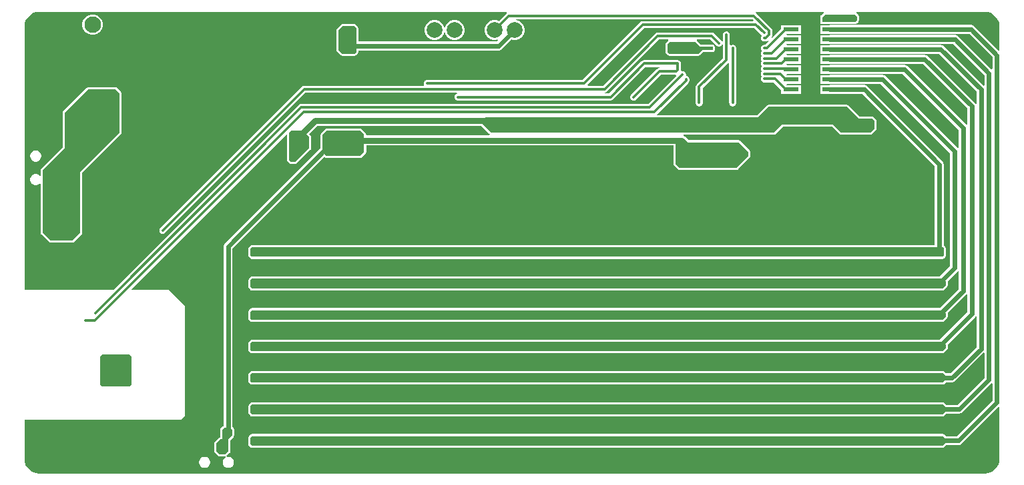
<source format=gbl>
G04*
G04 #@! TF.GenerationSoftware,Altium Limited,Altium Designer,22.7.1 (60)*
G04*
G04 Layer_Physical_Order=2*
G04 Layer_Color=16711680*
%FSLAX25Y25*%
%MOIN*%
G70*
G04*
G04 #@! TF.SameCoordinates,EB09720E-E5E6-4C8F-983A-54733B733D7F*
G04*
G04*
G04 #@! TF.FilePolarity,Positive*
G04*
G01*
G75*
%ADD68C,0.08268*%
%ADD74C,0.01378*%
%ADD76C,0.02362*%
%ADD77C,0.03150*%
%ADD79C,0.01181*%
%ADD80C,0.07874*%
%ADD81O,0.15748X0.07874*%
%ADD82O,0.07874X0.15748*%
%ADD83O,0.14173X0.07087*%
%ADD84C,0.01378*%
%ADD85R,0.07756X0.02362*%
G36*
X418307Y231299D02*
Y229331D01*
X417598Y228622D01*
X401043D01*
Y230984D01*
X402343Y232283D01*
X417323D01*
X418307Y231299D01*
D02*
G37*
G36*
X483698Y233491D02*
X485059Y233078D01*
X485847Y232658D01*
X488563Y229941D01*
X488984Y229153D01*
X489397Y227793D01*
X489529Y226445D01*
X489516Y226378D01*
Y214381D01*
X489054Y214189D01*
X476868Y226376D01*
X476146Y226858D01*
X475295Y227027D01*
X475295Y227027D01*
X404921D01*
X404706Y226984D01*
X400043D01*
Y222622D01*
X404706D01*
X404921Y222579D01*
X474374D01*
X485965Y210988D01*
Y204993D01*
X485465Y204786D01*
X468876Y221376D01*
X468154Y221858D01*
X467303Y222027D01*
X467303Y222027D01*
X404921D01*
X404706Y221984D01*
X400043D01*
Y217622D01*
X404706D01*
X404921Y217579D01*
X466382D01*
X482028Y201933D01*
Y196824D01*
X481528Y196617D01*
X461769Y216376D01*
X461048Y216858D01*
X460197Y217027D01*
X460197Y217027D01*
X404921D01*
X404706Y216984D01*
X400043D01*
Y212622D01*
X404706D01*
X404921Y212579D01*
X459276D01*
X478091Y193764D01*
Y187550D01*
X477591Y187398D01*
X477261Y187891D01*
X477261Y187891D01*
X453777Y211376D01*
X453056Y211858D01*
X452205Y212027D01*
X452205Y212027D01*
X404921D01*
X404706Y211984D01*
X400043D01*
Y207622D01*
X404706D01*
X404921Y207579D01*
X451284D01*
X473465Y185398D01*
Y177165D01*
X472965Y177013D01*
X472931Y177065D01*
X472931Y177065D01*
X443620Y206376D01*
X442898Y206858D01*
X442047Y207027D01*
X442047Y207027D01*
X404921D01*
X404706Y206984D01*
X400043D01*
Y202622D01*
X404706D01*
X404921Y202579D01*
X441126D01*
X469134Y174571D01*
Y165600D01*
X468894Y165463D01*
X468634Y165416D01*
X432675Y201376D01*
X431953Y201858D01*
X431102Y202027D01*
X431102Y202027D01*
X404921D01*
X404706Y201984D01*
X400043D01*
Y197622D01*
X404706D01*
X404921Y197579D01*
X430181D01*
X464902Y162858D01*
Y106335D01*
X459634Y101067D01*
X116189D01*
X115799Y100989D01*
X115468Y100768D01*
X114633Y99934D01*
X114633Y99934D01*
X114412Y99603D01*
X114335Y99213D01*
Y96063D01*
X114412Y95673D01*
X114633Y95342D01*
X115446Y94529D01*
X115777Y94308D01*
X116167Y94231D01*
X461096D01*
X461486Y94308D01*
X461817Y94529D01*
X463319Y96032D01*
X463540Y96363D01*
X463618Y96753D01*
Y98720D01*
X463611Y98754D01*
X468634Y103778D01*
X469134Y103687D01*
Y94819D01*
X459634Y85319D01*
X116189D01*
X115799Y85241D01*
X115468Y85020D01*
X114633Y84185D01*
X114633Y84185D01*
X114412Y83855D01*
X114335Y83465D01*
Y80315D01*
X114412Y79925D01*
X114633Y79594D01*
X115446Y78781D01*
X115777Y78560D01*
X116167Y78483D01*
X461096D01*
X461486Y78560D01*
X461817Y78781D01*
X463319Y80284D01*
X463540Y80615D01*
X463618Y81005D01*
Y82972D01*
X463611Y83006D01*
X472931Y92326D01*
X472931Y92326D01*
X472965Y92377D01*
X473465Y92226D01*
Y83402D01*
X459634Y69571D01*
X116189D01*
X115799Y69493D01*
X115468Y69272D01*
X114633Y68437D01*
X114633Y68437D01*
X114412Y68107D01*
X114335Y67716D01*
Y64567D01*
X114412Y64177D01*
X114633Y63846D01*
X115446Y63033D01*
X115777Y62812D01*
X116167Y62735D01*
X461096D01*
X461486Y62812D01*
X461817Y63033D01*
X463319Y64536D01*
X463540Y64866D01*
X463618Y65257D01*
Y67224D01*
X463611Y67258D01*
X477261Y80909D01*
X477261Y80909D01*
X477591Y81402D01*
X478091Y81250D01*
Y65882D01*
X464925Y52716D01*
X462800D01*
X461992Y53524D01*
X461992Y53524D01*
X461661Y53745D01*
X461271Y53823D01*
X116189D01*
X115799Y53745D01*
X115468Y53524D01*
X114633Y52689D01*
X114633Y52689D01*
X114412Y52359D01*
X114335Y51968D01*
Y48819D01*
X114412Y48429D01*
X114633Y48098D01*
X115446Y47285D01*
X115777Y47064D01*
X116167Y46986D01*
X461096D01*
X461486Y47064D01*
X461817Y47285D01*
X462800Y48268D01*
X465846D01*
X465846Y48268D01*
X466698Y48438D01*
X467419Y48920D01*
X481528Y63029D01*
X482028Y62822D01*
Y50527D01*
X468469Y36968D01*
X462800D01*
X461992Y37776D01*
X461992Y37776D01*
X461661Y37997D01*
X461271Y38075D01*
X116189D01*
X115799Y37997D01*
X115468Y37776D01*
X114633Y36941D01*
X114633Y36941D01*
X114412Y36611D01*
X114335Y36220D01*
Y33071D01*
X114412Y32681D01*
X114633Y32350D01*
X115446Y31537D01*
X115777Y31316D01*
X116167Y31238D01*
X461096D01*
X461486Y31316D01*
X461817Y31537D01*
X462800Y32520D01*
X469390D01*
X469390Y32520D01*
X470241Y32690D01*
X470962Y33172D01*
X485465Y47675D01*
X485965Y47467D01*
Y39110D01*
X468075Y21220D01*
X462800D01*
X461992Y22028D01*
X461992Y22028D01*
X461661Y22249D01*
X461271Y22327D01*
X116189D01*
X115799Y22249D01*
X115468Y22028D01*
X114633Y21193D01*
X114633Y21193D01*
X114412Y20863D01*
X114335Y20472D01*
Y17323D01*
X114412Y16933D01*
X114633Y16602D01*
X115446Y15789D01*
X115777Y15568D01*
X116167Y15491D01*
X461096D01*
X461486Y15568D01*
X461817Y15789D01*
X462800Y16772D01*
X468996D01*
X468996Y16772D01*
X469847Y16941D01*
X470569Y17424D01*
X489054Y35909D01*
X489516Y35718D01*
Y9843D01*
X489529Y9775D01*
X489397Y8428D01*
X488984Y7067D01*
X488563Y6279D01*
X485847Y3563D01*
X485059Y3142D01*
X483698Y2729D01*
X482350Y2597D01*
X482283Y2610D01*
X9843D01*
X9775Y2597D01*
X8428Y2729D01*
X7067Y3142D01*
X6279Y3563D01*
X3563Y6279D01*
X3142Y7067D01*
X2729Y8428D01*
X2597Y9775D01*
X2610Y9843D01*
Y29528D01*
X80709D01*
X82677Y31496D01*
Y62008D01*
Y86614D01*
X74803Y94488D01*
X56238D01*
X56047Y94950D01*
X133361Y172264D01*
X133823Y172073D01*
Y159449D01*
X133900Y159059D01*
X134122Y158728D01*
X135106Y157744D01*
X135437Y157523D01*
X135827Y157445D01*
X137795D01*
X138186Y157523D01*
X138516Y157744D01*
X145406Y164633D01*
X145627Y164964D01*
X145705Y165354D01*
Y171260D01*
X145627Y171650D01*
X145406Y171981D01*
X144782Y172605D01*
X148714Y176537D01*
X230817D01*
X234847Y172507D01*
X235025Y172388D01*
X234873Y171888D01*
X173264D01*
Y172244D01*
X173186Y172634D01*
X172965Y172965D01*
X170997Y174934D01*
X170666Y175155D01*
X170276Y175232D01*
X153543D01*
X153153Y175155D01*
X152822Y174934D01*
X150854Y172965D01*
X150633Y172634D01*
X150555Y172244D01*
Y165511D01*
X102758Y117714D01*
X102276Y116993D01*
X102107Y116142D01*
X102107Y116142D01*
Y26559D01*
X101972Y26533D01*
X101641Y26311D01*
X100657Y25327D01*
X100436Y24996D01*
X100358Y24606D01*
Y20698D01*
X100004Y20627D01*
X99673Y20406D01*
X97704Y18438D01*
X97483Y18107D01*
X97406Y17717D01*
Y13780D01*
X97483Y13389D01*
X97704Y13058D01*
X99377Y11385D01*
X99708Y11164D01*
X100098Y11087D01*
X102854D01*
X102975Y11111D01*
X102983Y11112D01*
X103088Y10835D01*
X103088D01*
X103088Y10834D01*
X102825Y10444D01*
X102727Y10387D01*
X102211Y9871D01*
X101846Y9239D01*
X101657Y8534D01*
Y7804D01*
X101846Y7100D01*
X102211Y6467D01*
X102727Y5951D01*
X103359Y5587D01*
X104064Y5398D01*
X104794D01*
X105499Y5587D01*
X106131Y5951D01*
X106647Y6467D01*
X107012Y7100D01*
X107201Y7804D01*
Y8534D01*
X107012Y9239D01*
X106647Y9871D01*
X106131Y10387D01*
X105499Y10752D01*
X104794Y10941D01*
X104064D01*
X104012Y10927D01*
X103550Y11026D01*
X103431Y11289D01*
X103443Y11297D01*
X103575Y11385D01*
X105052Y12862D01*
X105273Y13193D01*
X105350Y13583D01*
Y19263D01*
X107020Y20933D01*
X107241Y21263D01*
X107319Y21654D01*
Y24606D01*
X107241Y24996D01*
X107020Y25327D01*
X106554Y25793D01*
Y115221D01*
X152426Y161092D01*
X152822Y160696D01*
X153153Y160475D01*
X153543Y160398D01*
X170276D01*
X170666Y160475D01*
X170996Y160696D01*
X172965Y162665D01*
X173186Y162996D01*
X173264Y163386D01*
Y166694D01*
X326736D01*
X326736Y157480D01*
X326814Y157090D01*
X327035Y156759D01*
X329004Y154791D01*
X329334Y154570D01*
X329724Y154492D01*
X358268D01*
X358658Y154570D01*
X358989Y154791D01*
X364894Y160696D01*
X365115Y161027D01*
X365193Y161417D01*
Y163386D01*
X365115Y163776D01*
X364894Y164107D01*
X359973Y169028D01*
X359642Y169249D01*
X359252Y169327D01*
X334346D01*
X332545Y171128D01*
X332007Y171540D01*
X331601Y171709D01*
X331700Y172209D01*
X376969D01*
X377359Y172286D01*
X377690Y172507D01*
X381328Y176146D01*
X406074Y176146D01*
X409712Y172507D01*
X410043Y172286D01*
X410433Y172209D01*
X425197D01*
X425587Y172286D01*
X425918Y172507D01*
X427886Y174476D01*
X428107Y174807D01*
X428185Y175197D01*
Y179134D01*
X428107Y179524D01*
X427886Y179855D01*
X426902Y180839D01*
X426571Y181060D01*
X426181Y181138D01*
X419714D01*
X414107Y186745D01*
X413776Y186966D01*
X413386Y187043D01*
X374016D01*
X373626Y186966D01*
X373295Y186745D01*
X368373Y181823D01*
X368318Y181740D01*
X318723Y181740D01*
X318598Y181940D01*
X318534Y182240D01*
X334183Y197889D01*
X334556Y198448D01*
X334687Y199107D01*
Y199803D01*
X334654Y199969D01*
Y200139D01*
X334590Y200296D01*
X334556Y200462D01*
X334462Y200603D01*
X334397Y200760D01*
X334277Y200880D01*
X334183Y201021D01*
X334042Y201115D01*
X333922Y201235D01*
X333766Y201300D01*
X333624Y201394D01*
X333458Y201427D01*
X333301Y201492D01*
X333295D01*
X333124Y201612D01*
X333014Y201757D01*
X332933Y201940D01*
X332928Y202004D01*
Y202120D01*
X332962Y202287D01*
X332928Y202453D01*
Y202623D01*
X332864Y202779D01*
X332831Y202946D01*
X332736Y203087D01*
X332671Y203243D01*
X332551Y203363D01*
X332457Y203504D01*
X332316Y203599D01*
X332196Y203719D01*
X332040Y203783D01*
X331898Y203878D01*
X331732Y203911D01*
X331575Y203976D01*
X331406D01*
X331240Y204009D01*
X331073Y203976D01*
X330904D01*
X330854Y203955D01*
X330596Y204100D01*
X330418Y204325D01*
X330462Y204547D01*
Y207677D01*
X330429Y207843D01*
Y208013D01*
X330364Y208170D01*
X330331Y208336D01*
X330237Y208477D01*
X330172Y208634D01*
X330052Y208754D01*
X329958Y208895D01*
X329817Y208989D01*
X329697Y209109D01*
X329540Y209174D01*
X329399Y209268D01*
X329233Y209301D01*
X329076Y209366D01*
X328906D01*
X328740Y209399D01*
X312008D01*
X311349Y209268D01*
X310790Y208895D01*
X294562Y192667D01*
X292340D01*
X292323Y193160D01*
X292982Y193291D01*
X293541Y193664D01*
X319611Y219735D01*
X323945D01*
X324097Y219235D01*
X324082Y219225D01*
X323098Y218241D01*
X322877Y217910D01*
X322799Y217520D01*
Y213583D01*
X322877Y213193D01*
X323098Y212862D01*
X324082Y211877D01*
X324413Y211656D01*
X324803Y211579D01*
X338976D01*
X339367Y211656D01*
X339697Y211877D01*
X341367Y213547D01*
X346260D01*
X346650Y213625D01*
X346981Y213846D01*
X347202Y214177D01*
X347279Y214567D01*
Y216142D01*
X347202Y216532D01*
X346981Y216863D01*
X346650Y217084D01*
X346260Y217161D01*
X340383D01*
X338319Y219225D01*
X338305Y219235D01*
X338457Y219735D01*
X345153D01*
X348192Y216696D01*
X348333Y216601D01*
X348453Y216482D01*
X348609Y216417D01*
X348750Y216322D01*
X348917Y216289D01*
X349074Y216224D01*
X349243D01*
X349409Y216191D01*
X349576Y216224D01*
X349745D01*
X349902Y216289D01*
X350068Y216322D01*
X350209Y216417D01*
X350366Y216482D01*
X350486Y216601D01*
X350627Y216696D01*
X350721Y216837D01*
X350841Y216957D01*
X350906Y217113D01*
X350928Y217145D01*
X351428Y217034D01*
Y210331D01*
X338349Y197252D01*
X337976Y196694D01*
X337845Y196035D01*
Y187992D01*
X337878Y187826D01*
Y187656D01*
X337943Y187499D01*
X337976Y187333D01*
X338070Y187192D01*
X338135Y187035D01*
X338255Y186916D01*
X338349Y186775D01*
X338490Y186680D01*
X338610Y186560D01*
X338767Y186495D01*
X338908Y186401D01*
X339074Y186368D01*
X339231Y186303D01*
X339401D01*
X339567Y186270D01*
X339733Y186303D01*
X339903D01*
X340060Y186368D01*
X340226Y186401D01*
X340367Y186495D01*
X340524Y186560D01*
X340644Y186680D01*
X340785Y186775D01*
X340879Y186916D01*
X340999Y187035D01*
X341064Y187192D01*
X341158Y187333D01*
X341191Y187499D01*
X341256Y187656D01*
Y187826D01*
X341289Y187992D01*
Y195321D01*
X354077Y208109D01*
X354577Y207902D01*
Y187992D01*
X354610Y187826D01*
Y187656D01*
X354675Y187499D01*
X354708Y187333D01*
X354802Y187192D01*
X354867Y187035D01*
X354987Y186916D01*
X355082Y186775D01*
X355223Y186680D01*
X355343Y186560D01*
X355499Y186495D01*
X355640Y186401D01*
X355807Y186368D01*
X355963Y186303D01*
X356133D01*
X356299Y186270D01*
X356466Y186303D01*
X356635D01*
X356792Y186368D01*
X356958Y186401D01*
X357099Y186495D01*
X357256Y186560D01*
X357376Y186680D01*
X357517Y186775D01*
X357611Y186916D01*
X357731Y187035D01*
X357796Y187192D01*
X357890Y187333D01*
X357923Y187499D01*
X357988Y187656D01*
Y187826D01*
X358021Y187992D01*
Y215354D01*
X357988Y215521D01*
Y215690D01*
X357923Y215847D01*
X357890Y216013D01*
X357796Y216154D01*
X357731Y216311D01*
X357611Y216431D01*
X357517Y216572D01*
X357376Y216666D01*
X357256Y216786D01*
X357099Y216851D01*
X356958Y216945D01*
X356792Y216978D01*
X356635Y217043D01*
X356466D01*
X356299Y217076D01*
X356133Y217043D01*
X355963D01*
X355807Y216978D01*
X355640Y216945D01*
X355499Y216851D01*
X355343Y216786D01*
X354891Y217013D01*
X354872Y217033D01*
Y222047D01*
X354839Y222214D01*
Y222383D01*
X354774Y222540D01*
X354741Y222706D01*
X354646Y222847D01*
X354581Y223004D01*
X354462Y223124D01*
X354367Y223265D01*
X354226Y223359D01*
X354106Y223479D01*
X353950Y223544D01*
X353809Y223638D01*
X353642Y223671D01*
X353486Y223736D01*
X353316D01*
X353150Y223769D01*
X352983Y223736D01*
X352814D01*
X352657Y223671D01*
X352491Y223638D01*
X352350Y223544D01*
X352193Y223479D01*
X352073Y223359D01*
X351932Y223265D01*
X351838Y223124D01*
X351718Y223004D01*
X351653Y222847D01*
X351559Y222706D01*
X351525Y222540D01*
X351461Y222383D01*
Y222214D01*
X351428Y222047D01*
Y218793D01*
X350928Y218681D01*
X350906Y218713D01*
X350841Y218870D01*
X350721Y218990D01*
X350627Y219131D01*
X347084Y222674D01*
X346525Y223048D01*
X345866Y223179D01*
X318898D01*
X318239Y223048D01*
X317680Y222674D01*
X291610Y196604D01*
X283998D01*
X283791Y197104D01*
X312131Y225443D01*
X367200D01*
X370546Y222097D01*
X370791Y221745D01*
X370615Y221429D01*
X370550Y221272D01*
X370456Y221131D01*
X370423Y220965D01*
X370358Y220808D01*
Y220639D01*
X370325Y220472D01*
X370358Y220306D01*
Y220136D01*
X370423Y219980D01*
X370456Y219813D01*
X370550Y219672D01*
X370615Y219516D01*
X370735Y219396D01*
X370830Y219255D01*
X370971Y219161D01*
X371091Y219041D01*
X371247Y218976D01*
X371388Y218882D01*
X371555Y218848D01*
X371711Y218783D01*
X371881D01*
X372047Y218750D01*
X372851D01*
X373510Y218882D01*
X373998Y219208D01*
X374317Y218819D01*
X372574Y217076D01*
X372047D01*
X371881Y217043D01*
X371711D01*
X371555Y216978D01*
X371388Y216945D01*
X371247Y216851D01*
X371091Y216786D01*
X370971Y216666D01*
X370830Y216572D01*
X370735Y216431D01*
X370615Y216311D01*
X370550Y216154D01*
X370456Y216013D01*
X370423Y215847D01*
X370358Y215690D01*
Y215521D01*
X370325Y215354D01*
X370358Y215188D01*
Y215018D01*
X370423Y214862D01*
X370456Y214695D01*
X370550Y214554D01*
X370615Y214398D01*
X370795Y214075D01*
X370615Y213752D01*
X370550Y213595D01*
X370456Y213454D01*
X370423Y213288D01*
X370358Y213131D01*
Y212962D01*
X370325Y212795D01*
X370358Y212629D01*
Y212459D01*
X370423Y212303D01*
X370456Y212136D01*
X370550Y211995D01*
X370615Y211839D01*
X370795Y211516D01*
X370615Y211193D01*
X370550Y211036D01*
X370456Y210895D01*
X370423Y210729D01*
X370358Y210572D01*
Y210403D01*
X370325Y210236D01*
X370358Y210070D01*
Y209900D01*
X370423Y209744D01*
X370456Y209577D01*
X370550Y209436D01*
X370615Y209279D01*
X370795Y208957D01*
X370615Y208634D01*
X370550Y208477D01*
X370456Y208336D01*
X370423Y208170D01*
X370358Y208013D01*
Y207843D01*
X370325Y207677D01*
X370358Y207511D01*
Y207341D01*
X370423Y207185D01*
X370456Y207018D01*
X370550Y206877D01*
X370615Y206720D01*
X370795Y206398D01*
X370615Y206075D01*
X370550Y205918D01*
X370456Y205777D01*
X370423Y205611D01*
X370358Y205454D01*
Y205285D01*
X370325Y205118D01*
X370358Y204952D01*
Y204782D01*
X370423Y204626D01*
X370456Y204459D01*
X370550Y204318D01*
X370615Y204161D01*
X370795Y203839D01*
X370615Y203516D01*
X370550Y203359D01*
X370456Y203218D01*
X370423Y203052D01*
X370358Y202895D01*
Y202725D01*
X370325Y202559D01*
X370358Y202393D01*
Y202223D01*
X370423Y202066D01*
X370456Y201900D01*
X370550Y201759D01*
X370615Y201602D01*
X370795Y201279D01*
X370615Y200957D01*
X370550Y200800D01*
X370456Y200659D01*
X370423Y200493D01*
X370358Y200336D01*
Y200166D01*
X370325Y200000D01*
X370358Y199834D01*
Y199664D01*
X370423Y199507D01*
X370456Y199341D01*
X370550Y199200D01*
X370615Y199043D01*
X370735Y198923D01*
X370830Y198782D01*
X370971Y198688D01*
X371091Y198568D01*
X371247Y198503D01*
X371388Y198409D01*
X371555Y198376D01*
X371711Y198311D01*
X371881D01*
X372047Y198278D01*
X376826D01*
X380555Y194549D01*
Y192622D01*
X390311D01*
Y196984D01*
X383283D01*
X383184Y197122D01*
X383442Y197622D01*
X390311D01*
Y201984D01*
X383283D01*
X383184Y202122D01*
X383442Y202622D01*
X390311D01*
Y206984D01*
X383442D01*
X383184Y207484D01*
X383283Y207622D01*
X390311D01*
Y211984D01*
X383442D01*
X383184Y212484D01*
X383283Y212622D01*
X390311D01*
Y216984D01*
X383442D01*
X383184Y217484D01*
X383283Y217622D01*
X390311D01*
Y221984D01*
X383442D01*
X383184Y222484D01*
X383283Y222622D01*
X390311D01*
Y226984D01*
X380555D01*
Y225057D01*
X376078Y220581D01*
X375690Y220899D01*
X376016Y221388D01*
X376147Y222046D01*
Y224016D01*
X376016Y224675D01*
X375643Y225234D01*
X368100Y232777D01*
X368000Y232844D01*
X367900Y233512D01*
X367981Y233611D01*
X401629D01*
X401780Y233111D01*
X401621Y233004D01*
X400601Y231984D01*
X400043D01*
Y231083D01*
X400024Y230984D01*
Y228622D01*
X400043Y228523D01*
Y227622D01*
X400945D01*
X401043Y227603D01*
X417598D01*
X417989Y227680D01*
X418319Y227901D01*
X418319Y227901D01*
X419028Y228610D01*
X419028Y228610D01*
X419249Y228941D01*
X419327Y229331D01*
Y231299D01*
X419249Y231689D01*
X419028Y232020D01*
X419028Y232020D01*
X418044Y233004D01*
X417885Y233111D01*
X418037Y233611D01*
X482283D01*
X482350Y233624D01*
X483698Y233491D01*
D02*
G37*
G36*
X339961Y216142D02*
X346260D01*
Y214567D01*
X340945D01*
X338976Y212598D01*
X324803D01*
X323819Y213583D01*
Y217520D01*
X324803Y218504D01*
X337598D01*
X339961Y216142D01*
D02*
G37*
G36*
X168307Y225394D02*
Y213583D01*
X167323Y212598D01*
X161417D01*
X159449Y214567D01*
Y224410D01*
X161417Y226378D01*
X167323Y226378D01*
X168307Y225394D01*
D02*
G37*
G36*
X419291Y180118D02*
X426181D01*
X427165Y179134D01*
Y175197D01*
X425197Y173228D01*
X410433D01*
X406496Y177165D01*
X380906Y177165D01*
Y177165D01*
X376969Y173228D01*
X235568D01*
X231299Y177497D01*
X231299Y179134D01*
X232886Y180720D01*
X369477Y180720D01*
X369094Y181102D01*
X374016Y186024D01*
X413386D01*
X419291Y180118D01*
D02*
G37*
G36*
X172244Y172244D02*
Y163386D01*
X170276Y161417D01*
X153543D01*
X151575Y163386D01*
Y172244D01*
X153543Y174213D01*
X170276D01*
X172244Y172244D01*
D02*
G37*
G36*
X144685Y171260D02*
Y165354D01*
X137795Y158465D01*
X135827D01*
X134843Y159449D01*
Y173228D01*
X135827Y174213D01*
X141732D01*
X144685Y171260D01*
D02*
G37*
G36*
X364173Y163386D02*
Y161417D01*
X358268Y155512D01*
X329724D01*
X327756Y157480D01*
X327756Y168307D01*
X359252D01*
X364173Y163386D01*
D02*
G37*
G36*
X462598Y98720D02*
Y96753D01*
X461096Y95250D01*
X116167D01*
X115354Y96063D01*
Y99213D01*
X116189Y100047D01*
X461271D01*
X462598Y98720D01*
D02*
G37*
G36*
X9843Y233611D02*
X243413D01*
X243494Y233512D01*
X243395Y232844D01*
X243294Y232777D01*
X239432Y228915D01*
X239268Y229010D01*
X238012Y229346D01*
X237233D01*
X237067Y229380D01*
X236901Y229346D01*
X236712D01*
X235457Y229010D01*
X234331Y228360D01*
X233412Y227441D01*
X232762Y226315D01*
X232425Y225059D01*
Y223760D01*
X232762Y222504D01*
X233412Y221378D01*
X234331Y220459D01*
X235457Y219809D01*
X236712Y219472D01*
X238012D01*
X238778Y219678D01*
X239037Y219230D01*
X238567Y218759D01*
X169327D01*
Y225394D01*
X169249Y225784D01*
X169028Y226115D01*
X168044Y227099D01*
X167713Y227320D01*
X167323Y227397D01*
X161417Y227397D01*
X161027Y227320D01*
X160696Y227099D01*
X158728Y225130D01*
X158507Y224800D01*
X158429Y224410D01*
Y214567D01*
X158507Y214177D01*
X158728Y213846D01*
X158728Y213846D01*
X160696Y211877D01*
X161027Y211656D01*
X161417Y211579D01*
X167323D01*
X167713Y211656D01*
X168044Y211877D01*
X169028Y212862D01*
X169249Y213193D01*
X169327Y213583D01*
Y214312D01*
X239488D01*
X239488Y214312D01*
X240339Y214481D01*
X241061Y214963D01*
X245812Y219714D01*
X246712Y219472D01*
X248012D01*
X249268Y219809D01*
X250394Y220459D01*
X251313Y221378D01*
X251963Y222504D01*
X252299Y223760D01*
Y225059D01*
X251963Y226315D01*
X251313Y227441D01*
X250394Y228360D01*
X249268Y229010D01*
X248012Y229346D01*
X248035Y229837D01*
X366169D01*
X366657Y229349D01*
X366466Y228887D01*
X311417D01*
X310758Y228756D01*
X310200Y228383D01*
X281373Y199557D01*
X203740D01*
X203574Y199524D01*
X203404D01*
X203247Y199459D01*
X203081Y199426D01*
X202940Y199331D01*
X202783Y199267D01*
X202663Y199147D01*
X202522Y199052D01*
X202428Y198911D01*
X202308Y198791D01*
X202243Y198635D01*
X202149Y198494D01*
X202116Y198327D01*
X202051Y198171D01*
Y198001D01*
X202018Y197835D01*
X202051Y197668D01*
Y197499D01*
X202116Y197342D01*
X202149Y197176D01*
X202197Y197104D01*
X202136Y196888D01*
X201937Y196615D01*
X201922Y196604D01*
X142306D01*
X141647Y196473D01*
X141089Y196100D01*
X70428Y125438D01*
X70333Y125297D01*
X70214Y125178D01*
X70149Y125021D01*
X70054Y124880D01*
X70021Y124714D01*
X69956Y124557D01*
Y124387D01*
X69923Y124221D01*
X69956Y124055D01*
Y123885D01*
X70021Y123728D01*
X70054Y123562D01*
X70149Y123421D01*
X70214Y123264D01*
X70333Y123144D01*
X70428Y123003D01*
X70569Y122909D01*
X70689Y122789D01*
X70845Y122724D01*
X70986Y122630D01*
X71153Y122597D01*
X71309Y122532D01*
X71479D01*
X71645Y122499D01*
X71812Y122532D01*
X71981D01*
X72138Y122597D01*
X72304Y122630D01*
X72445Y122724D01*
X72602Y122789D01*
X72722Y122909D01*
X72863Y123003D01*
X143020Y193160D01*
X218486D01*
X218738Y192660D01*
X218719Y192634D01*
X218563Y192569D01*
X218396Y192536D01*
X218255Y192442D01*
X218098Y192377D01*
X217979Y192257D01*
X217837Y192163D01*
X217743Y192022D01*
X217623Y191902D01*
X217558Y191745D01*
X217464Y191604D01*
X217431Y191437D01*
X217366Y191281D01*
Y191111D01*
X217333Y190945D01*
X217366Y190779D01*
Y190609D01*
X217431Y190452D01*
X217464Y190286D01*
X217558Y190145D01*
X217623Y189988D01*
X217743Y189868D01*
X217837Y189727D01*
X217979Y189633D01*
X218098Y189513D01*
X218255Y189448D01*
X218396Y189354D01*
X218563Y189321D01*
X218719Y189256D01*
X218889D01*
X219055Y189223D01*
X295276D01*
X295935Y189354D01*
X296493Y189727D01*
X312721Y205955D01*
X319684D01*
X319702Y205462D01*
X319042Y205331D01*
X318484Y204958D01*
X305582Y192056D01*
X305488Y191915D01*
X305368Y191795D01*
X305303Y191638D01*
X305209Y191497D01*
X305175Y191331D01*
X305111Y191174D01*
Y191005D01*
X305078Y190838D01*
X305111Y190672D01*
Y190502D01*
X305175Y190346D01*
X305209Y190179D01*
X305303Y190038D01*
X305368Y189882D01*
X305488Y189762D01*
X305582Y189620D01*
X305723Y189526D01*
X305843Y189406D01*
X305999Y189341D01*
X306141Y189247D01*
X306307Y189214D01*
X306464Y189149D01*
X306633D01*
X306800Y189116D01*
X306966Y189149D01*
X307136D01*
X307292Y189214D01*
X307459Y189247D01*
X307600Y189341D01*
X307756Y189406D01*
X307876Y189526D01*
X308017Y189620D01*
X320415Y202018D01*
X327828D01*
X327993Y201767D01*
X328049Y201531D01*
X314066Y187549D01*
X140894D01*
X140235Y187418D01*
X139676Y187045D01*
X47120Y94488D01*
X2610D01*
Y226378D01*
X2597Y226445D01*
X2729Y227793D01*
X3142Y229153D01*
X3563Y229941D01*
X6279Y232658D01*
X7067Y233078D01*
X8428Y233491D01*
X9775Y233624D01*
X9843Y233611D01*
D02*
G37*
G36*
X462598Y82972D02*
Y81005D01*
X461096Y79502D01*
X116167D01*
X115354Y80315D01*
Y83465D01*
X116189Y84299D01*
X461271D01*
X462598Y82972D01*
D02*
G37*
G36*
Y67224D02*
Y65257D01*
X461096Y63754D01*
X116167D01*
X115354Y64567D01*
Y67716D01*
X116189Y68551D01*
X461271D01*
X462598Y67224D01*
D02*
G37*
G36*
Y51476D02*
Y49509D01*
X461096Y48006D01*
X116167D01*
X115354Y48819D01*
Y51968D01*
X116189Y52803D01*
X461271D01*
X462598Y51476D01*
D02*
G37*
G36*
X56102Y61024D02*
Y47244D01*
X55118Y46260D01*
X41339D01*
X40354Y47244D01*
Y47244D01*
Y61024D01*
X41339Y62008D01*
X55118D01*
X56102Y61024D01*
D02*
G37*
G36*
X462598Y35728D02*
Y33761D01*
X461096Y32258D01*
X116167D01*
X115354Y33071D01*
Y36220D01*
X116189Y37055D01*
X461271D01*
X462598Y35728D01*
D02*
G37*
G36*
Y19980D02*
Y18012D01*
X461096Y16510D01*
X116167D01*
X115354Y17323D01*
Y20472D01*
X116189Y21307D01*
X461271D01*
X462598Y19980D01*
D02*
G37*
G36*
X106299Y24606D02*
Y21654D01*
X104331Y19685D01*
Y13583D01*
X102854Y12106D01*
X100098D01*
X98425Y13780D01*
Y17717D01*
X100394Y19685D01*
X101378D01*
Y24606D01*
X102362Y25591D01*
X105315D01*
X106299Y24606D01*
D02*
G37*
%LPC*%
G36*
X421929Y197027D02*
X421929Y197027D01*
X404921D01*
X404706Y196984D01*
X400043D01*
Y192622D01*
X404706D01*
X404921Y192579D01*
X421008D01*
X457224Y156363D01*
Y116815D01*
X116189D01*
X115799Y116737D01*
X115468Y116516D01*
X114633Y115682D01*
X114633Y115682D01*
X114412Y115351D01*
X114335Y114961D01*
Y111811D01*
X114412Y111421D01*
X114633Y111090D01*
X115446Y110277D01*
X115777Y110056D01*
X116167Y109979D01*
X461096D01*
X461486Y110056D01*
X461817Y110277D01*
X462335Y110795D01*
X462556Y111126D01*
X462634Y111516D01*
Y115452D01*
X462556Y115842D01*
X462335Y116173D01*
X461992Y116516D01*
X461672Y116730D01*
Y157284D01*
X461672Y157284D01*
X461503Y158135D01*
X461021Y158857D01*
X461021Y158857D01*
X423502Y196376D01*
X422780Y196858D01*
X421929Y197027D01*
D02*
G37*
G36*
X92983Y10941D02*
X92253D01*
X91548Y10752D01*
X90916Y10387D01*
X90400Y9871D01*
X90035Y9239D01*
X89846Y8534D01*
Y7804D01*
X90035Y7100D01*
X90400Y6467D01*
X90916Y5951D01*
X91548Y5587D01*
X92253Y5398D01*
X92983D01*
X93688Y5587D01*
X94320Y5951D01*
X94836Y6467D01*
X95201Y7100D01*
X95390Y7804D01*
Y8534D01*
X95201Y9239D01*
X94836Y9871D01*
X94320Y10387D01*
X93688Y10752D01*
X92983Y10941D01*
D02*
G37*
%LPD*%
G36*
X461614Y115452D02*
Y111516D01*
X461096Y110998D01*
X116167D01*
X115354Y111811D01*
Y114961D01*
X116189Y115795D01*
X461271D01*
X461614Y115452D01*
D02*
G37*
%LPC*%
G36*
X218012Y229346D02*
X216712D01*
X215457Y229010D01*
X214331Y228360D01*
X213412Y227441D01*
X212762Y226315D01*
X212621Y225790D01*
X212103D01*
X211963Y226315D01*
X211313Y227441D01*
X210394Y228360D01*
X209268Y229010D01*
X208012Y229346D01*
X206712D01*
X205457Y229010D01*
X204331Y228360D01*
X203412Y227441D01*
X202762Y226315D01*
X202425Y225059D01*
Y223760D01*
X202762Y222504D01*
X203412Y221378D01*
X204331Y220459D01*
X205457Y219809D01*
X206712Y219472D01*
X208012D01*
X209268Y219809D01*
X210394Y220459D01*
X211313Y221378D01*
X211963Y222504D01*
X212103Y223029D01*
X212621D01*
X212762Y222504D01*
X213412Y221378D01*
X214331Y220459D01*
X215457Y219809D01*
X216712Y219472D01*
X218012D01*
X219268Y219809D01*
X220394Y220459D01*
X221313Y221378D01*
X221963Y222504D01*
X222299Y223760D01*
Y225059D01*
X221963Y226315D01*
X221313Y227441D01*
X220394Y228360D01*
X219268Y229010D01*
X218012Y229346D01*
D02*
G37*
G36*
X37290Y232299D02*
X35938D01*
X34633Y231949D01*
X33462Y231274D01*
X32506Y230318D01*
X31830Y229147D01*
X31480Y227841D01*
Y226489D01*
X31830Y225184D01*
X32506Y224013D01*
X33462Y223057D01*
X34633Y222381D01*
X35938Y222031D01*
X37290D01*
X38596Y222381D01*
X39766Y223057D01*
X40722Y224013D01*
X41398Y225184D01*
X41748Y226489D01*
Y227841D01*
X41398Y229147D01*
X40722Y230318D01*
X39766Y231274D01*
X38596Y231949D01*
X37290Y232299D01*
D02*
G37*
G36*
X8633Y164189D02*
X7903D01*
X7198Y164000D01*
X6566Y163635D01*
X6050Y163119D01*
X5685Y162487D01*
X5496Y161782D01*
Y161052D01*
X5685Y160347D01*
X6050Y159715D01*
X6566Y159200D01*
X7198Y158835D01*
X7903Y158646D01*
X8633D01*
X9337Y158835D01*
X9970Y159200D01*
X10486Y159715D01*
X10851Y160347D01*
X11039Y161052D01*
Y161782D01*
X10851Y162487D01*
X10486Y163119D01*
X9970Y163635D01*
X9337Y164000D01*
X8633Y164189D01*
D02*
G37*
G36*
X48228Y195902D02*
X34449D01*
X34059Y195824D01*
X33728Y195603D01*
X21917Y183792D01*
X21696Y183461D01*
X21618Y183071D01*
Y165777D01*
X11090Y155248D01*
X10869Y154918D01*
X10791Y154528D01*
Y151709D01*
X10291Y151502D01*
X9970Y151824D01*
X9337Y152189D01*
X8633Y152378D01*
X7903D01*
X7198Y152189D01*
X6566Y151824D01*
X6050Y151308D01*
X5685Y150676D01*
X5496Y149971D01*
Y149241D01*
X5685Y148537D01*
X6050Y147905D01*
X6566Y147388D01*
X7198Y147023D01*
X7903Y146835D01*
X8633D01*
X9337Y147023D01*
X9970Y147388D01*
X10291Y147710D01*
X10791Y147503D01*
Y123031D01*
X10869Y122641D01*
X11090Y122310D01*
X15027Y118374D01*
X15358Y118152D01*
X15748Y118075D01*
X26575D01*
X26965Y118152D01*
X27296Y118374D01*
X31233Y122310D01*
X31454Y122641D01*
X31531Y123031D01*
Y153121D01*
X50918Y172507D01*
X51139Y172838D01*
X51216Y173228D01*
Y192913D01*
X51139Y193304D01*
X50918Y193634D01*
X48949Y195603D01*
X48619Y195824D01*
X48228Y195902D01*
D02*
G37*
%LPD*%
G36*
X50197Y192913D02*
Y173228D01*
X30512Y153543D01*
Y123031D01*
X26575Y119095D01*
X15748D01*
X11811Y123031D01*
Y154528D01*
X22638Y165354D01*
Y183071D01*
X34449Y194882D01*
X48228D01*
X50197Y192913D01*
D02*
G37*
D68*
X36614Y227165D02*
D03*
D74*
X339567Y187992D02*
Y196035D01*
X353150Y209617D01*
Y222047D01*
X356299Y187992D02*
Y215354D01*
X37795Y79134D02*
X142043Y183382D01*
X140894Y185827D02*
X314779D01*
X37992Y82925D02*
X140894Y185827D01*
X314779D02*
X331240Y202287D01*
X142043Y183382D02*
X317240D01*
X332965Y199107D01*
X33071Y79134D02*
X37795D01*
X142306Y194882D02*
X292323D01*
X71645Y124221D02*
X142306Y194882D01*
X345866Y221457D02*
X349409Y217913D01*
X332965Y199107D02*
Y199803D01*
X203740Y197835D02*
X282087D01*
X311417Y227165D01*
X237362Y224410D02*
X244512Y231559D01*
X366883D01*
X237067Y224705D02*
Y227658D01*
X328740Y204547D02*
Y207677D01*
X327933Y203740D02*
X328740Y204547D01*
X306800Y190838D02*
X319702Y203740D01*
X327933D01*
X312008Y207677D02*
X328740D01*
X292323Y194882D02*
X318898Y221457D01*
X345866D01*
X219055Y190945D02*
X295276D01*
X312008Y207677D01*
X367913Y227165D02*
X372047Y223031D01*
X311417Y227165D02*
X367913D01*
X366883Y231559D02*
X374425Y224016D01*
X372047Y220472D02*
X372851D01*
X374425Y222046D01*
Y224016D01*
X373287Y215354D02*
X382736Y224803D01*
X372047Y215354D02*
X373287D01*
X377539Y200000D02*
X382736Y194803D01*
X385433D01*
X372047Y200000D02*
X377539D01*
X379980Y202559D02*
X382736Y199803D01*
X385433D01*
X372047Y202559D02*
X379980D01*
X372047Y205118D02*
X385118D01*
X385433Y204803D01*
X380610Y207677D02*
X382736Y209803D01*
X385433D01*
X372047Y207677D02*
X380610D01*
X378169Y210236D02*
X382736Y214803D01*
X385433D01*
X372047Y210236D02*
X378169D01*
X375728Y212795D02*
X382736Y219803D01*
X385433D01*
X372047Y212795D02*
X375728D01*
X382736Y224803D02*
X385433D01*
D76*
X239488Y216535D02*
X247362Y224410D01*
X165354Y216535D02*
X239488D01*
X334646Y165354D02*
X335836Y166544D01*
X334646Y216535D02*
X335836Y215346D01*
X104331Y23622D02*
Y116142D01*
X153543Y165354D01*
X404921Y224803D02*
X475295D01*
X488189Y211910D01*
Y38189D02*
Y211910D01*
X404921Y214803D02*
X460197D01*
X480315Y64961D02*
Y194685D01*
X460197Y214803D02*
X480315Y194685D01*
X404921Y209803D02*
X452205D01*
X475689Y82481D02*
Y186319D01*
X452205Y209803D02*
X475689Y186319D01*
X404921Y204803D02*
X442047D01*
X471358Y93898D02*
Y175492D01*
X442047Y204803D02*
X471358Y175492D01*
X404921Y199803D02*
X431102D01*
X467126Y105414D02*
Y163779D01*
X431102Y199803D02*
X467126Y163779D01*
X459448Y113484D02*
Y157284D01*
X421929Y194803D02*
X459448Y157284D01*
Y97736D02*
X467126Y105414D01*
X459448Y81988D02*
X471358Y93898D01*
X459448Y66240D02*
X475689Y82481D01*
X465846Y50492D02*
X480315Y64961D01*
X484252Y49606D02*
Y202854D01*
X467303Y219803D02*
X484252Y202854D01*
X404921Y219803D02*
X467303D01*
X459448Y50492D02*
X465846D01*
X469390Y34744D02*
X484252Y49606D01*
X460464Y34744D02*
X469390D01*
X468996Y18996D02*
X488189Y38189D01*
X459448Y18996D02*
X468996D01*
X404921Y194803D02*
X421929D01*
D77*
X140748Y172244D02*
X147638Y179134D01*
X188976D02*
X192913D01*
X147638D02*
X188976D01*
X192913D02*
X233268D01*
X169291Y169291D02*
X330709D01*
X334646Y165354D01*
D79*
X51102Y59559D02*
D03*
X42835Y56804D02*
D03*
X48346Y51292D02*
D03*
X45591Y59559D02*
D03*
X51102Y48536D02*
D03*
Y54048D02*
D03*
X45591Y48536D02*
D03*
Y54048D02*
D03*
X53858Y51292D02*
D03*
Y56804D02*
D03*
X42835Y51292D02*
D03*
X48346Y56804D02*
D03*
D80*
X227362Y224410D02*
D03*
X17323Y107087D02*
D03*
Y126772D02*
D03*
X247362Y224410D02*
D03*
X237362D02*
D03*
X217362D02*
D03*
X207362D02*
D03*
D81*
X36614Y209449D02*
D03*
D82*
X17717Y196850D02*
D03*
D83*
X40945Y184646D02*
D03*
D84*
X11811Y9843D02*
D03*
X7874Y17717D02*
D03*
X104331Y212598D02*
D03*
X96457D02*
D03*
X88583D02*
D03*
X100394Y222441D02*
D03*
X92520D02*
D03*
X84646D02*
D03*
X80709Y212598D02*
D03*
X76772Y222441D02*
D03*
X295276D02*
D03*
X275590D02*
D03*
X265748Y226378D02*
D03*
X285433D02*
D03*
X349409Y212795D02*
D03*
X356299Y215354D02*
D03*
X188976Y179134D02*
D03*
X237205Y175197D02*
D03*
Y179134D02*
D03*
X153543Y169291D02*
D03*
X157480D02*
D03*
X161417D02*
D03*
X165354D02*
D03*
X192913Y179134D02*
D03*
X140748Y164370D02*
D03*
X136811Y160433D02*
D03*
Y164370D02*
D03*
Y168307D02*
D03*
X140748D02*
D03*
Y172244D02*
D03*
X136811D02*
D03*
X37992Y82925D02*
D03*
X71645Y124221D02*
D03*
X375742Y179134D02*
D03*
X356299Y187992D02*
D03*
X339567D02*
D03*
X349409Y217913D02*
D03*
X419882Y179233D02*
D03*
X423819Y175296D02*
D03*
Y179233D02*
D03*
X379921Y179134D02*
D03*
X277559D02*
D03*
X281496D02*
D03*
X325787Y175197D02*
D03*
Y179134D02*
D03*
X419882Y175296D02*
D03*
X321850D02*
D03*
X233268Y179134D02*
D03*
X408465Y230315D02*
D03*
X412402D02*
D03*
X416339D02*
D03*
X203740Y197835D02*
D03*
X331240Y202287D02*
D03*
X332965Y199803D02*
D03*
X328740Y207677D02*
D03*
X101378Y15748D02*
D03*
X104331Y23622D02*
D03*
X362256Y162874D02*
D03*
X358268Y157480D02*
D03*
X354331D02*
D03*
X350394D02*
D03*
X350399Y162087D02*
D03*
X334646Y165354D02*
D03*
Y161417D02*
D03*
Y216535D02*
D03*
X330709D02*
D03*
X326772D02*
D03*
X165354D02*
D03*
Y224410D02*
D03*
Y220472D02*
D03*
X169291Y169291D02*
D03*
Y165354D02*
D03*
X165354D02*
D03*
X161417D02*
D03*
X157480D02*
D03*
X153543D02*
D03*
X459448Y97736D02*
D03*
Y113484D02*
D03*
X460464Y34744D02*
D03*
X459448Y50492D02*
D03*
Y81988D02*
D03*
Y66240D02*
D03*
X454495Y97736D02*
D03*
Y113484D02*
D03*
Y81988D02*
D03*
Y50492D02*
D03*
Y66240D02*
D03*
X119390D02*
D03*
Y81988D02*
D03*
X123327Y66240D02*
D03*
Y81988D02*
D03*
Y97736D02*
D03*
X134102Y81988D02*
D03*
Y97736D02*
D03*
Y66240D02*
D03*
Y113484D02*
D03*
X138039Y97736D02*
D03*
Y66240D02*
D03*
Y81988D02*
D03*
Y113484D02*
D03*
X148815D02*
D03*
Y81988D02*
D03*
Y97736D02*
D03*
X299482Y66240D02*
D03*
X314096Y81988D02*
D03*
X328710Y97736D02*
D03*
X343324Y113484D02*
D03*
X295545Y66240D02*
D03*
X310159Y81988D02*
D03*
X324773Y97736D02*
D03*
X339387Y113484D02*
D03*
X343324Y97736D02*
D03*
X310159Y66240D02*
D03*
X314096D02*
D03*
X324773Y81988D02*
D03*
X357839Y113484D02*
D03*
X328710Y81988D02*
D03*
X353902Y113484D02*
D03*
X339387Y97736D02*
D03*
X295545Y81988D02*
D03*
X310159Y97736D02*
D03*
X324773Y113484D02*
D03*
X280931Y66240D02*
D03*
X295545Y97736D02*
D03*
X280931Y81988D02*
D03*
X266317Y66240D02*
D03*
X310159Y113484D02*
D03*
X119390D02*
D03*
Y97736D02*
D03*
X455511Y34744D02*
D03*
X33071Y79134D02*
D03*
X372047Y223031D02*
D03*
X353150Y222047D02*
D03*
X372047Y220472D02*
D03*
X306800Y190838D02*
D03*
X219055Y190945D02*
D03*
X251703Y113484D02*
D03*
X255640D02*
D03*
X122210Y114601D02*
D03*
X372047Y200000D02*
D03*
Y202559D02*
D03*
Y205118D02*
D03*
Y207677D02*
D03*
Y210236D02*
D03*
Y212795D02*
D03*
Y215354D02*
D03*
X444933Y113484D02*
D03*
X440996D02*
D03*
X426480D02*
D03*
X415902D02*
D03*
X430417D02*
D03*
X152752D02*
D03*
X167464D02*
D03*
X163527D02*
D03*
X182176D02*
D03*
X178239D02*
D03*
X196889D02*
D03*
X192952D02*
D03*
X211601D02*
D03*
X207664D02*
D03*
X226314D02*
D03*
X222377D02*
D03*
X241026D02*
D03*
X237089D02*
D03*
X270254D02*
D03*
X266317D02*
D03*
X284868D02*
D03*
X280931D02*
D03*
X299482D02*
D03*
X295545D02*
D03*
X314096D02*
D03*
X328710D02*
D03*
X372355D02*
D03*
X368418D02*
D03*
X386870D02*
D03*
X382933D02*
D03*
X401386D02*
D03*
X397449D02*
D03*
X411965D02*
D03*
X152752Y97736D02*
D03*
X167464D02*
D03*
X163527D02*
D03*
X182176D02*
D03*
X178239D02*
D03*
X196889D02*
D03*
X192952D02*
D03*
X211601D02*
D03*
X207664D02*
D03*
X226314D02*
D03*
X222377D02*
D03*
X241026D02*
D03*
X237089D02*
D03*
X255640D02*
D03*
X251703D02*
D03*
X270254D02*
D03*
X266317D02*
D03*
X284868D02*
D03*
X280931D02*
D03*
X299482D02*
D03*
X314096D02*
D03*
X357839D02*
D03*
X353902D02*
D03*
X372355D02*
D03*
X368418D02*
D03*
X386870D02*
D03*
X382933D02*
D03*
X401386D02*
D03*
X397449D02*
D03*
X415902D02*
D03*
X411965D02*
D03*
X430417D02*
D03*
X426480D02*
D03*
X444933D02*
D03*
X440996D02*
D03*
X152752Y81988D02*
D03*
X167464D02*
D03*
X163527D02*
D03*
X182176D02*
D03*
X178239D02*
D03*
X196889D02*
D03*
X192952D02*
D03*
X211601D02*
D03*
X207664D02*
D03*
X226314D02*
D03*
X222377D02*
D03*
X241026D02*
D03*
X237089D02*
D03*
X255640D02*
D03*
X251703D02*
D03*
X270254D02*
D03*
X266317D02*
D03*
X284868D02*
D03*
X299482D02*
D03*
X343324D02*
D03*
X339387D02*
D03*
X357839D02*
D03*
X353902D02*
D03*
X372355D02*
D03*
X368418D02*
D03*
X386870D02*
D03*
X382933D02*
D03*
X401386D02*
D03*
X397449D02*
D03*
X415902D02*
D03*
X411965D02*
D03*
X430417D02*
D03*
X426480D02*
D03*
X444933D02*
D03*
X440996D02*
D03*
X152752Y66240D02*
D03*
X148815D02*
D03*
X167464D02*
D03*
X163527D02*
D03*
X182176D02*
D03*
X178239D02*
D03*
X196889D02*
D03*
X192952D02*
D03*
X211601D02*
D03*
X207664D02*
D03*
X226314D02*
D03*
X222377D02*
D03*
X241026D02*
D03*
X237089D02*
D03*
X255640D02*
D03*
X251703D02*
D03*
X270254D02*
D03*
X284868D02*
D03*
X328710D02*
D03*
X324773D02*
D03*
X343324D02*
D03*
X339387D02*
D03*
X357839D02*
D03*
X353902D02*
D03*
X372355D02*
D03*
X368418D02*
D03*
X386870D02*
D03*
X382933D02*
D03*
X401386D02*
D03*
X397449D02*
D03*
X415902D02*
D03*
X411965D02*
D03*
X430417D02*
D03*
X426480D02*
D03*
X444933D02*
D03*
X440996D02*
D03*
X123327Y50492D02*
D03*
X119390D02*
D03*
X138039D02*
D03*
X134102D02*
D03*
X152752D02*
D03*
X148815D02*
D03*
X167464D02*
D03*
X163527D02*
D03*
X182176D02*
D03*
X178239D02*
D03*
X196889D02*
D03*
X192952D02*
D03*
X211601D02*
D03*
X207664D02*
D03*
X226314D02*
D03*
X222377D02*
D03*
X241026D02*
D03*
X237089D02*
D03*
X255640D02*
D03*
X251703D02*
D03*
X270254D02*
D03*
X266317D02*
D03*
X284868D02*
D03*
X280931D02*
D03*
X299482D02*
D03*
X295545D02*
D03*
X314096D02*
D03*
X310159D02*
D03*
X328710D02*
D03*
X324773D02*
D03*
X343324D02*
D03*
X339387D02*
D03*
X357839D02*
D03*
X353902D02*
D03*
X372355D02*
D03*
X368418D02*
D03*
X386870D02*
D03*
X382933D02*
D03*
X401386D02*
D03*
X397449D02*
D03*
X415902D02*
D03*
X411965D02*
D03*
X430417D02*
D03*
X426480D02*
D03*
X444933D02*
D03*
X440996D02*
D03*
X123327Y34744D02*
D03*
X119390D02*
D03*
X138039D02*
D03*
X134102D02*
D03*
X152752D02*
D03*
X148815D02*
D03*
X167464D02*
D03*
X163527D02*
D03*
X182176D02*
D03*
X178239D02*
D03*
X196889D02*
D03*
X192952D02*
D03*
X211601D02*
D03*
X207664D02*
D03*
X226314D02*
D03*
X222377D02*
D03*
X241026D02*
D03*
X237089D02*
D03*
X255640D02*
D03*
X251703D02*
D03*
X270254D02*
D03*
X266317D02*
D03*
X284868D02*
D03*
X280931D02*
D03*
X299482D02*
D03*
X295545D02*
D03*
X314096D02*
D03*
X310159D02*
D03*
X328710D02*
D03*
X324773D02*
D03*
X343324D02*
D03*
X339387D02*
D03*
X357839D02*
D03*
X353902D02*
D03*
X372355D02*
D03*
X368418D02*
D03*
X386870D02*
D03*
X382933D02*
D03*
X401386D02*
D03*
X397449D02*
D03*
X415902D02*
D03*
X411965D02*
D03*
X430417D02*
D03*
X426480D02*
D03*
X444933D02*
D03*
X440996D02*
D03*
X121358Y18996D02*
D03*
X455511D02*
D03*
X459448D02*
D03*
X440996D02*
D03*
X444933D02*
D03*
X426480D02*
D03*
X430417D02*
D03*
X411965D02*
D03*
X415902D02*
D03*
X397449D02*
D03*
X401386D02*
D03*
X382933D02*
D03*
X386870D02*
D03*
X368418D02*
D03*
X372355D02*
D03*
X353902D02*
D03*
X357839D02*
D03*
X339387D02*
D03*
X343324D02*
D03*
X324773D02*
D03*
X328710D02*
D03*
X310159D02*
D03*
X314096D02*
D03*
X295545D02*
D03*
X299482D02*
D03*
X280931D02*
D03*
X284868D02*
D03*
X266317D02*
D03*
X270254D02*
D03*
X251703D02*
D03*
X255640D02*
D03*
X237089D02*
D03*
X241026D02*
D03*
X222377D02*
D03*
X226314D02*
D03*
X207664D02*
D03*
X211601D02*
D03*
X192952D02*
D03*
X196889D02*
D03*
X178239D02*
D03*
X182176D02*
D03*
X163527D02*
D03*
X167464D02*
D03*
X148815D02*
D03*
X152752D02*
D03*
X134102D02*
D03*
X138039D02*
D03*
X119390D02*
D03*
X123327D02*
D03*
D85*
X385433Y229803D02*
D03*
Y194803D02*
D03*
Y199803D02*
D03*
Y204803D02*
D03*
Y209803D02*
D03*
Y214803D02*
D03*
Y219803D02*
D03*
Y224803D02*
D03*
X404921Y229803D02*
D03*
Y224803D02*
D03*
Y219803D02*
D03*
Y214803D02*
D03*
Y209803D02*
D03*
Y204803D02*
D03*
Y199803D02*
D03*
Y194803D02*
D03*
M02*

</source>
